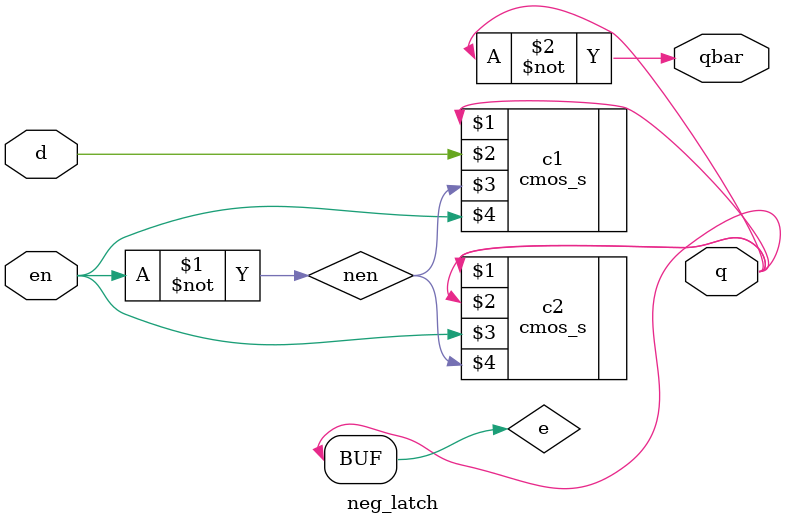
<source format=v>
`timescale 1ns / 1ps

module neg_latch(
    input d, en,
    output q,qbar 
    );
    
    wire e, nen;
    not n1(nen, en);
    
    cmos_s c1(e,d,nen, en);
    not n2(qbar,e);
    not n3(q, qbar);
    
    cmos_s c2(e,q,en,nen);

endmodule

</source>
